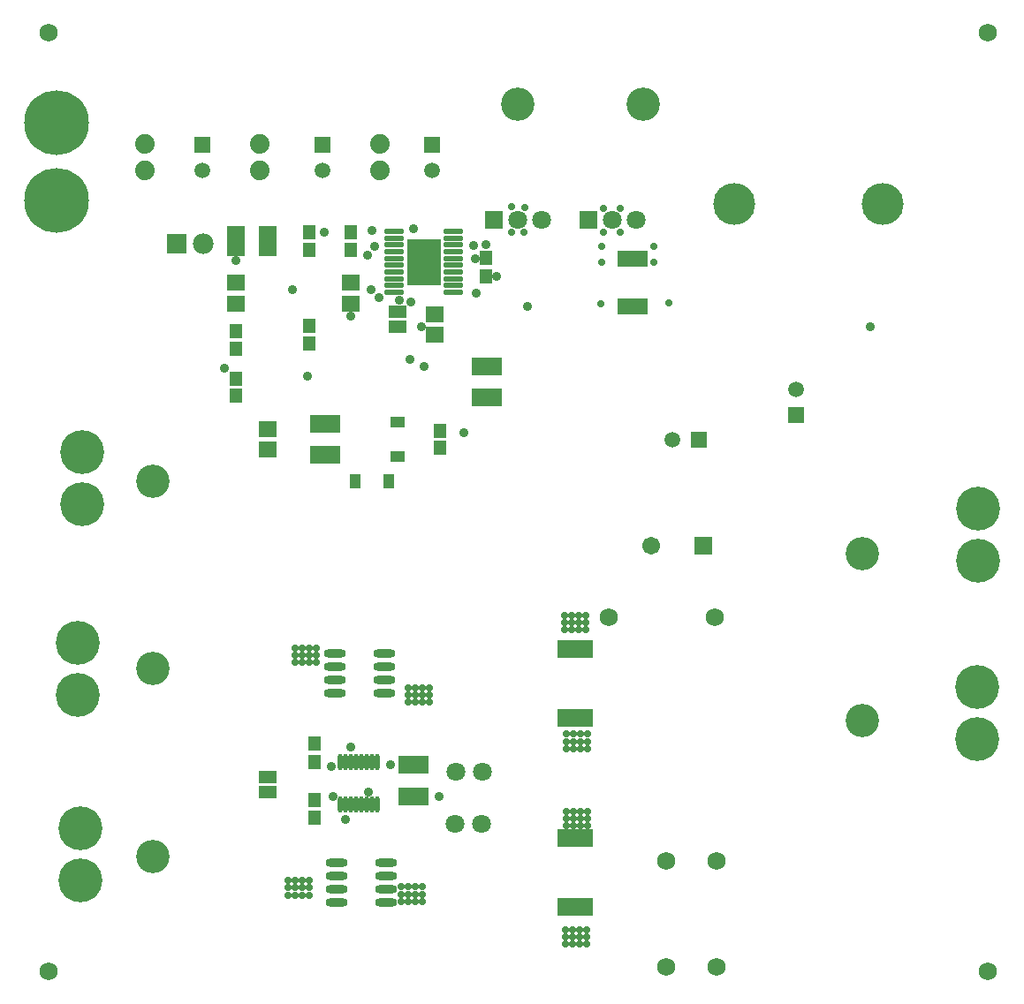
<source format=gts>
G04 Layer_Color=20142*
%FSLAX24Y24*%
%MOIN*%
G70*
G01*
G75*
%ADD106R,0.0438X0.0560*%
%ADD107R,0.0690X0.0612*%
%ADD108R,0.0493X0.0533*%
%ADD109R,0.0480X0.0520*%
%ADD110R,0.1182X0.0671*%
%ADD111R,0.0651X0.0493*%
%ADD112R,0.1123X0.0592*%
%ADD113O,0.0178X0.0631*%
%ADD114O,0.0828X0.0316*%
%ADD115R,0.0671X0.1182*%
%ADD116R,0.0560X0.0438*%
%ADD117R,0.1340X0.0671*%
%ADD118R,0.1340X0.0671*%
%ADD119R,0.1261X0.1734*%
%ADD120O,0.0749X0.0218*%
%ADD121C,0.1655*%
%ADD122C,0.2442*%
%ADD123C,0.0740*%
%ADD124R,0.0592X0.0592*%
%ADD125C,0.0592*%
%ADD126R,0.0710X0.0710*%
%ADD127C,0.0710*%
%ADD128C,0.1580*%
%ADD129C,0.0671*%
%ADD130R,0.0671X0.0671*%
%ADD131C,0.0780*%
%ADD132R,0.0780X0.0780*%
%ADD133C,0.0680*%
%ADD134R,0.0592X0.0592*%
%ADD135C,0.1261*%
%ADD136C,0.0277*%
%ADD137C,0.0356*%
D106*
X24659Y33465D02*
D03*
X23372D02*
D03*
D107*
X20079Y35423D02*
D03*
Y34656D02*
D03*
X18898Y40167D02*
D03*
Y40935D02*
D03*
X23228Y40167D02*
D03*
Y40935D02*
D03*
X26378Y38986D02*
D03*
Y39754D02*
D03*
D108*
X26575Y35364D02*
D03*
Y34715D02*
D03*
X18898Y36683D02*
D03*
Y37333D02*
D03*
X23228Y42195D02*
D03*
Y42844D02*
D03*
D109*
X18898Y39117D02*
D03*
Y38442D02*
D03*
X21654Y38639D02*
D03*
Y39314D02*
D03*
X28327Y41873D02*
D03*
Y41198D02*
D03*
X21654Y42857D02*
D03*
Y42182D02*
D03*
X21841Y21430D02*
D03*
Y20755D02*
D03*
X21850Y23536D02*
D03*
Y22861D02*
D03*
D110*
X28346Y36614D02*
D03*
Y37795D02*
D03*
X25581Y21565D02*
D03*
Y22746D02*
D03*
X22244Y34449D02*
D03*
Y35630D02*
D03*
D111*
X25000Y39852D02*
D03*
Y39281D02*
D03*
X20069Y22293D02*
D03*
Y21722D02*
D03*
D112*
X33858Y40049D02*
D03*
Y41841D02*
D03*
D113*
X24203Y22864D02*
D03*
X24006D02*
D03*
X23809D02*
D03*
X23612D02*
D03*
X23415D02*
D03*
X23219D02*
D03*
X23022D02*
D03*
X22825D02*
D03*
X24203Y21250D02*
D03*
X24006D02*
D03*
X23809D02*
D03*
X23612D02*
D03*
X23415D02*
D03*
X23219D02*
D03*
X23022D02*
D03*
X22825D02*
D03*
D114*
X22618Y26961D02*
D03*
Y26461D02*
D03*
Y25961D02*
D03*
Y25461D02*
D03*
X24469Y26961D02*
D03*
Y26461D02*
D03*
Y25961D02*
D03*
Y25461D02*
D03*
X22687Y19067D02*
D03*
Y18567D02*
D03*
Y18067D02*
D03*
Y17567D02*
D03*
X24537Y19067D02*
D03*
Y18567D02*
D03*
Y18067D02*
D03*
Y17567D02*
D03*
D115*
X20079Y42520D02*
D03*
X18898D02*
D03*
D116*
X25000Y34396D02*
D03*
Y35683D02*
D03*
D117*
X31683Y24528D02*
D03*
X31693Y17382D02*
D03*
D118*
X31683Y27126D02*
D03*
X31693Y19980D02*
D03*
D119*
X25974Y41732D02*
D03*
D120*
X24852Y42884D02*
D03*
Y42628D02*
D03*
Y42372D02*
D03*
Y42116D02*
D03*
Y41860D02*
D03*
Y41604D02*
D03*
Y41348D02*
D03*
Y41093D02*
D03*
Y40837D02*
D03*
Y40581D02*
D03*
X27096Y42884D02*
D03*
Y42628D02*
D03*
Y42372D02*
D03*
Y42116D02*
D03*
Y41860D02*
D03*
Y41604D02*
D03*
Y41348D02*
D03*
Y41093D02*
D03*
Y40837D02*
D03*
Y40581D02*
D03*
D121*
X46860Y25699D02*
D03*
Y23730D02*
D03*
X46870Y32421D02*
D03*
Y30453D02*
D03*
X12933Y27362D02*
D03*
Y25394D02*
D03*
X13022Y20344D02*
D03*
Y18376D02*
D03*
X13091Y32579D02*
D03*
Y34547D02*
D03*
D122*
X12126Y46988D02*
D03*
Y44035D02*
D03*
D123*
X24311Y45169D02*
D03*
Y46169D02*
D03*
X19783Y45169D02*
D03*
Y46169D02*
D03*
X15453Y45169D02*
D03*
Y46169D02*
D03*
D124*
X26280Y46161D02*
D03*
X22146Y46161D02*
D03*
X17618Y46161D02*
D03*
X40024Y35949D02*
D03*
D125*
X26280Y45177D02*
D03*
X22146Y45177D02*
D03*
X17618Y45177D02*
D03*
X35366Y35016D02*
D03*
X40024Y36933D02*
D03*
D126*
X28628Y43307D02*
D03*
X32171D02*
D03*
D127*
X29530D02*
D03*
X30431D02*
D03*
X33073D02*
D03*
X33974D02*
D03*
X27177Y22490D02*
D03*
X28177D02*
D03*
X27167Y20502D02*
D03*
X28167D02*
D03*
D128*
X37681Y43906D02*
D03*
X43281D02*
D03*
D129*
X34557Y31004D02*
D03*
D130*
X36526D02*
D03*
D131*
X17663Y42417D02*
D03*
D132*
X16663D02*
D03*
D133*
X35118Y15124D02*
D03*
Y19124D02*
D03*
X37018Y19108D02*
D03*
Y15108D02*
D03*
X32959Y28307D02*
D03*
X36959D02*
D03*
X47244Y50394D02*
D03*
Y14961D02*
D03*
X11811D02*
D03*
Y50394D02*
D03*
D134*
X36350Y35016D02*
D03*
D135*
X15748Y33465D02*
D03*
Y26378D02*
D03*
Y19291D02*
D03*
X42520Y24409D02*
D03*
X29528Y47677D02*
D03*
X34252D02*
D03*
X42520Y30709D02*
D03*
D136*
X29291Y43807D02*
D03*
X32746Y43750D02*
D03*
X33376D02*
D03*
Y42854D02*
D03*
X32756Y42864D02*
D03*
X29754Y42854D02*
D03*
X29291Y42851D02*
D03*
X29778Y43799D02*
D03*
X35217Y40197D02*
D03*
X32648Y40167D02*
D03*
X32677Y41732D02*
D03*
Y42323D02*
D03*
X34646D02*
D03*
Y41732D02*
D03*
X26368Y41929D02*
D03*
X25974Y41535D02*
D03*
X26368D02*
D03*
X25974Y41142D02*
D03*
X26368D02*
D03*
X25581D02*
D03*
X26368Y42323D02*
D03*
X25974D02*
D03*
Y41929D02*
D03*
X25581D02*
D03*
Y41535D02*
D03*
Y42323D02*
D03*
X21929Y27165D02*
D03*
Y26890D02*
D03*
X21654Y26614D02*
D03*
Y26890D02*
D03*
Y27165D02*
D03*
X21929Y26614D02*
D03*
X21394D02*
D03*
X21118Y27165D02*
D03*
Y26890D02*
D03*
Y26614D02*
D03*
X21394Y26890D02*
D03*
Y27165D02*
D03*
X25654Y25654D02*
D03*
Y25378D02*
D03*
X25378Y25102D02*
D03*
Y25378D02*
D03*
Y25654D02*
D03*
X25654Y25102D02*
D03*
X26189D02*
D03*
X25913Y25654D02*
D03*
Y25378D02*
D03*
Y25102D02*
D03*
X26189Y25378D02*
D03*
Y25654D02*
D03*
X31555Y28398D02*
D03*
Y28122D02*
D03*
X31280Y27846D02*
D03*
Y28122D02*
D03*
Y28398D02*
D03*
X31555Y27846D02*
D03*
X31815Y28398D02*
D03*
Y28122D02*
D03*
Y27846D02*
D03*
X32091Y28122D02*
D03*
Y28398D02*
D03*
X31610Y23902D02*
D03*
Y23626D02*
D03*
X31335Y23350D02*
D03*
Y23626D02*
D03*
Y23902D02*
D03*
X31610Y23350D02*
D03*
X32146D02*
D03*
X31870Y23902D02*
D03*
Y23626D02*
D03*
Y23350D02*
D03*
X32146Y23626D02*
D03*
Y23902D02*
D03*
X31610Y20992D02*
D03*
Y20717D02*
D03*
X31335Y20441D02*
D03*
Y20717D02*
D03*
Y20992D02*
D03*
X31610Y20441D02*
D03*
X32146D02*
D03*
X31870Y20992D02*
D03*
Y20717D02*
D03*
Y20441D02*
D03*
X32146Y20717D02*
D03*
Y20992D02*
D03*
X31591Y16531D02*
D03*
Y16256D02*
D03*
X31315Y15980D02*
D03*
Y16256D02*
D03*
Y16531D02*
D03*
X31591Y15980D02*
D03*
X32126D02*
D03*
X31850Y16531D02*
D03*
Y16256D02*
D03*
Y15980D02*
D03*
X32126Y16256D02*
D03*
Y16531D02*
D03*
X25394Y18142D02*
D03*
Y17866D02*
D03*
X25118Y17591D02*
D03*
Y17866D02*
D03*
Y18142D02*
D03*
X25394Y17591D02*
D03*
X25929D02*
D03*
X25654Y18142D02*
D03*
Y17866D02*
D03*
Y17591D02*
D03*
X25929Y17866D02*
D03*
Y18142D02*
D03*
X21114Y18378D02*
D03*
Y18102D02*
D03*
X20839Y17827D02*
D03*
Y18102D02*
D03*
Y18378D02*
D03*
X21114Y17827D02*
D03*
X21650D02*
D03*
X21374Y18378D02*
D03*
Y18102D02*
D03*
Y17827D02*
D03*
X21650Y18102D02*
D03*
Y18378D02*
D03*
X32091Y27850D02*
D03*
D137*
X25580Y42990D02*
D03*
X28327Y42390D02*
D03*
X25490Y40220D02*
D03*
X25870Y39280D02*
D03*
X18450Y37730D02*
D03*
X24730Y22746D02*
D03*
X23219Y23420D02*
D03*
X23900Y21730D02*
D03*
X22540Y21540D02*
D03*
X25440Y38060D02*
D03*
X23228Y39680D02*
D03*
X24280Y40390D02*
D03*
X27470Y35300D02*
D03*
X42805Y39290D02*
D03*
X18900Y41800D02*
D03*
X28730Y41198D02*
D03*
X29879Y40049D02*
D03*
X24000Y40680D02*
D03*
X21030D02*
D03*
X25060Y40290D02*
D03*
X22220Y42857D02*
D03*
X21580Y37420D02*
D03*
X22480Y22700D02*
D03*
X25984Y37795D02*
D03*
X27953Y40551D02*
D03*
X24114Y42323D02*
D03*
X26565Y21565D02*
D03*
X23031Y20669D02*
D03*
X24016Y42913D02*
D03*
X23859Y41987D02*
D03*
X27910Y41860D02*
D03*
X27842Y42358D02*
D03*
M02*

</source>
